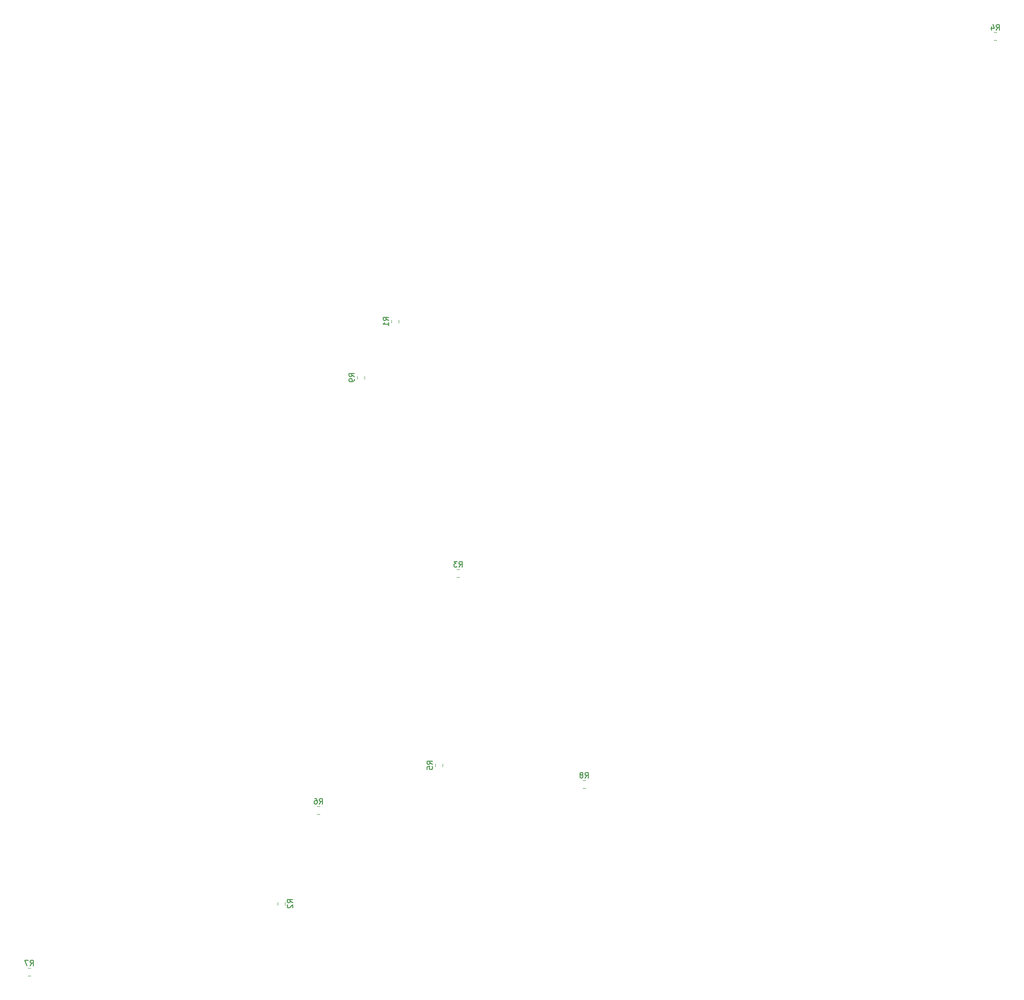
<source format=gbo>
G04 #@! TF.GenerationSoftware,KiCad,Pcbnew,(5.1.2)-1*
G04 #@! TF.CreationDate,2019-05-29T16:25:34-07:00*
G04 #@! TF.ProjectId,h186-final,68313836-2d66-4696-9e61-6c2e6b696361,rev?*
G04 #@! TF.SameCoordinates,Original*
G04 #@! TF.FileFunction,Legend,Bot*
G04 #@! TF.FilePolarity,Positive*
%FSLAX46Y46*%
G04 Gerber Fmt 4.6, Leading zero omitted, Abs format (unit mm)*
G04 Created by KiCad (PCBNEW (5.1.2)-1) date 2019-05-29 16:25:34*
%MOMM*%
%LPD*%
G04 APERTURE LIST*
%ADD10C,0.120000*%
%ADD11C,0.150000*%
G04 APERTURE END LIST*
D10*
X289000000Y-171941748D02*
X289000000Y-172464252D01*
X287580000Y-171941748D02*
X287580000Y-172464252D01*
X280686252Y-253186000D02*
X280163748Y-253186000D01*
X280686252Y-251766000D02*
X280163748Y-251766000D01*
X227092252Y-283158000D02*
X226569748Y-283158000D01*
X227092252Y-281738000D02*
X226569748Y-281738000D01*
X329944252Y-248360000D02*
X329421748Y-248360000D01*
X329944252Y-246940000D02*
X329421748Y-246940000D01*
X303478000Y-243841748D02*
X303478000Y-244364252D01*
X302058000Y-243841748D02*
X302058000Y-244364252D01*
X406162252Y-109676000D02*
X405639748Y-109676000D01*
X406162252Y-108256000D02*
X405639748Y-108256000D01*
X306576252Y-209244000D02*
X306053748Y-209244000D01*
X306576252Y-207824000D02*
X306053748Y-207824000D01*
X272848000Y-270018252D02*
X272848000Y-269495748D01*
X274268000Y-270018252D02*
X274268000Y-269495748D01*
X295350000Y-161527748D02*
X295350000Y-162050252D01*
X293930000Y-161527748D02*
X293930000Y-162050252D01*
D11*
X287092380Y-172036333D02*
X286616190Y-171703000D01*
X287092380Y-171464904D02*
X286092380Y-171464904D01*
X286092380Y-171845857D01*
X286140000Y-171941095D01*
X286187619Y-171988714D01*
X286282857Y-172036333D01*
X286425714Y-172036333D01*
X286520952Y-171988714D01*
X286568571Y-171941095D01*
X286616190Y-171845857D01*
X286616190Y-171464904D01*
X287092380Y-172512523D02*
X287092380Y-172703000D01*
X287044761Y-172798238D01*
X286997142Y-172845857D01*
X286854285Y-172941095D01*
X286663809Y-172988714D01*
X286282857Y-172988714D01*
X286187619Y-172941095D01*
X286140000Y-172893476D01*
X286092380Y-172798238D01*
X286092380Y-172607761D01*
X286140000Y-172512523D01*
X286187619Y-172464904D01*
X286282857Y-172417285D01*
X286520952Y-172417285D01*
X286616190Y-172464904D01*
X286663809Y-172512523D01*
X286711428Y-172607761D01*
X286711428Y-172798238D01*
X286663809Y-172893476D01*
X286616190Y-172941095D01*
X286520952Y-172988714D01*
X280591666Y-251278380D02*
X280925000Y-250802190D01*
X281163095Y-251278380D02*
X281163095Y-250278380D01*
X280782142Y-250278380D01*
X280686904Y-250326000D01*
X280639285Y-250373619D01*
X280591666Y-250468857D01*
X280591666Y-250611714D01*
X280639285Y-250706952D01*
X280686904Y-250754571D01*
X280782142Y-250802190D01*
X281163095Y-250802190D01*
X279734523Y-250278380D02*
X279925000Y-250278380D01*
X280020238Y-250326000D01*
X280067857Y-250373619D01*
X280163095Y-250516476D01*
X280210714Y-250706952D01*
X280210714Y-251087904D01*
X280163095Y-251183142D01*
X280115476Y-251230761D01*
X280020238Y-251278380D01*
X279829761Y-251278380D01*
X279734523Y-251230761D01*
X279686904Y-251183142D01*
X279639285Y-251087904D01*
X279639285Y-250849809D01*
X279686904Y-250754571D01*
X279734523Y-250706952D01*
X279829761Y-250659333D01*
X280020238Y-250659333D01*
X280115476Y-250706952D01*
X280163095Y-250754571D01*
X280210714Y-250849809D01*
X226997666Y-281250380D02*
X227331000Y-280774190D01*
X227569095Y-281250380D02*
X227569095Y-280250380D01*
X227188142Y-280250380D01*
X227092904Y-280298000D01*
X227045285Y-280345619D01*
X226997666Y-280440857D01*
X226997666Y-280583714D01*
X227045285Y-280678952D01*
X227092904Y-280726571D01*
X227188142Y-280774190D01*
X227569095Y-280774190D01*
X226664333Y-280250380D02*
X225997666Y-280250380D01*
X226426238Y-281250380D01*
X329849666Y-246452380D02*
X330183000Y-245976190D01*
X330421095Y-246452380D02*
X330421095Y-245452380D01*
X330040142Y-245452380D01*
X329944904Y-245500000D01*
X329897285Y-245547619D01*
X329849666Y-245642857D01*
X329849666Y-245785714D01*
X329897285Y-245880952D01*
X329944904Y-245928571D01*
X330040142Y-245976190D01*
X330421095Y-245976190D01*
X329278238Y-245880952D02*
X329373476Y-245833333D01*
X329421095Y-245785714D01*
X329468714Y-245690476D01*
X329468714Y-245642857D01*
X329421095Y-245547619D01*
X329373476Y-245500000D01*
X329278238Y-245452380D01*
X329087761Y-245452380D01*
X328992523Y-245500000D01*
X328944904Y-245547619D01*
X328897285Y-245642857D01*
X328897285Y-245690476D01*
X328944904Y-245785714D01*
X328992523Y-245833333D01*
X329087761Y-245880952D01*
X329278238Y-245880952D01*
X329373476Y-245928571D01*
X329421095Y-245976190D01*
X329468714Y-246071428D01*
X329468714Y-246261904D01*
X329421095Y-246357142D01*
X329373476Y-246404761D01*
X329278238Y-246452380D01*
X329087761Y-246452380D01*
X328992523Y-246404761D01*
X328944904Y-246357142D01*
X328897285Y-246261904D01*
X328897285Y-246071428D01*
X328944904Y-245976190D01*
X328992523Y-245928571D01*
X329087761Y-245880952D01*
X301570380Y-243936333D02*
X301094190Y-243603000D01*
X301570380Y-243364904D02*
X300570380Y-243364904D01*
X300570380Y-243745857D01*
X300618000Y-243841095D01*
X300665619Y-243888714D01*
X300760857Y-243936333D01*
X300903714Y-243936333D01*
X300998952Y-243888714D01*
X301046571Y-243841095D01*
X301094190Y-243745857D01*
X301094190Y-243364904D01*
X300570380Y-244841095D02*
X300570380Y-244364904D01*
X301046571Y-244317285D01*
X300998952Y-244364904D01*
X300951333Y-244460142D01*
X300951333Y-244698238D01*
X300998952Y-244793476D01*
X301046571Y-244841095D01*
X301141809Y-244888714D01*
X301379904Y-244888714D01*
X301475142Y-244841095D01*
X301522761Y-244793476D01*
X301570380Y-244698238D01*
X301570380Y-244460142D01*
X301522761Y-244364904D01*
X301475142Y-244317285D01*
X406067666Y-107768380D02*
X406401000Y-107292190D01*
X406639095Y-107768380D02*
X406639095Y-106768380D01*
X406258142Y-106768380D01*
X406162904Y-106816000D01*
X406115285Y-106863619D01*
X406067666Y-106958857D01*
X406067666Y-107101714D01*
X406115285Y-107196952D01*
X406162904Y-107244571D01*
X406258142Y-107292190D01*
X406639095Y-107292190D01*
X405210523Y-107101714D02*
X405210523Y-107768380D01*
X405448619Y-106720761D02*
X405686714Y-107435047D01*
X405067666Y-107435047D01*
X306481666Y-207336380D02*
X306815000Y-206860190D01*
X307053095Y-207336380D02*
X307053095Y-206336380D01*
X306672142Y-206336380D01*
X306576904Y-206384000D01*
X306529285Y-206431619D01*
X306481666Y-206526857D01*
X306481666Y-206669714D01*
X306529285Y-206764952D01*
X306576904Y-206812571D01*
X306672142Y-206860190D01*
X307053095Y-206860190D01*
X306148333Y-206336380D02*
X305529285Y-206336380D01*
X305862619Y-206717333D01*
X305719761Y-206717333D01*
X305624523Y-206764952D01*
X305576904Y-206812571D01*
X305529285Y-206907809D01*
X305529285Y-207145904D01*
X305576904Y-207241142D01*
X305624523Y-207288761D01*
X305719761Y-207336380D01*
X306005476Y-207336380D01*
X306100714Y-207288761D01*
X306148333Y-207241142D01*
X275660380Y-269590333D02*
X275184190Y-269257000D01*
X275660380Y-269018904D02*
X274660380Y-269018904D01*
X274660380Y-269399857D01*
X274708000Y-269495095D01*
X274755619Y-269542714D01*
X274850857Y-269590333D01*
X274993714Y-269590333D01*
X275088952Y-269542714D01*
X275136571Y-269495095D01*
X275184190Y-269399857D01*
X275184190Y-269018904D01*
X274755619Y-269971285D02*
X274708000Y-270018904D01*
X274660380Y-270114142D01*
X274660380Y-270352238D01*
X274708000Y-270447476D01*
X274755619Y-270495095D01*
X274850857Y-270542714D01*
X274946095Y-270542714D01*
X275088952Y-270495095D01*
X275660380Y-269923666D01*
X275660380Y-270542714D01*
X293442380Y-161622333D02*
X292966190Y-161289000D01*
X293442380Y-161050904D02*
X292442380Y-161050904D01*
X292442380Y-161431857D01*
X292490000Y-161527095D01*
X292537619Y-161574714D01*
X292632857Y-161622333D01*
X292775714Y-161622333D01*
X292870952Y-161574714D01*
X292918571Y-161527095D01*
X292966190Y-161431857D01*
X292966190Y-161050904D01*
X293442380Y-162574714D02*
X293442380Y-162003285D01*
X293442380Y-162289000D02*
X292442380Y-162289000D01*
X292585238Y-162193761D01*
X292680476Y-162098523D01*
X292728095Y-162003285D01*
M02*

</source>
